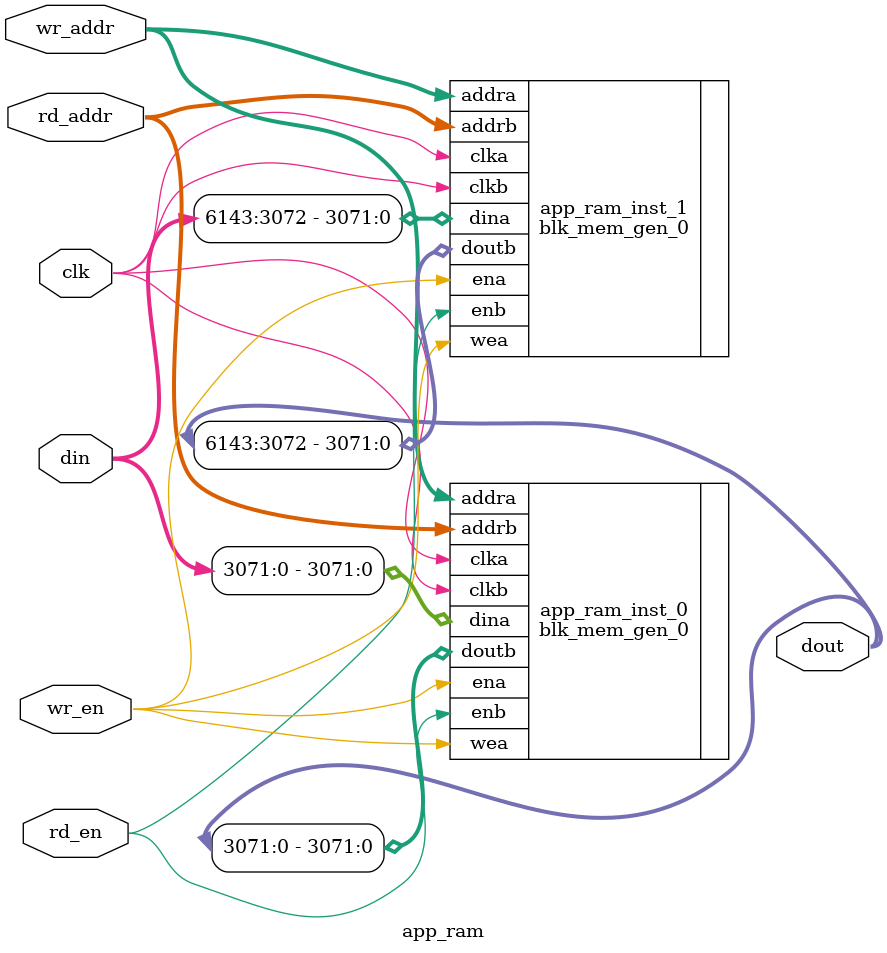
<source format=v>
`timescale 1ns / 1ps


module app_ram (
    input wire clk,
    input wire [384*16-1:0] din,
    input wire wr_en,
    input wire [6:0] wr_addr,
    input wire rd_en,
    input wire [6:0] rd_addr,
    output wire [384*16-1:0] dout
);

  // Instantiate two block RAM modules for application RAM
  blk_mem_gen_0 app_ram_inst_0 (
      .clka (clk),              // Clock input for write port
      .ena  (wr_en),            // Enable signal for write port
      .wea  (wr_en),            // Write enable for write port
      .addra(wr_addr),          // Write address
      .dina (din[16*192-1:0]),  // Data input for write port
      .clkb (clk),              // Clock input for read port
      .enb  (rd_en),            // Enable signal for read port
      .addrb(rd_addr),          // Read address
      .doutb(dout[16*192-1:0])  // Data output for read port
  );

  blk_mem_gen_0 app_ram_inst_1 (
      .clka (clk),                   // Clock input for write port
      .ena  (wr_en),                 // Enable signal for write port
      .wea  (wr_en),                 // Write enable for write port
      .addra(wr_addr),               // Write address
      .dina (din[16*384-1:16*192]),  // Data input for write port
      .clkb (clk),                   // Clock input for read port
      .enb  (rd_en),                 // Enable signal for read port
      .addrb(rd_addr),               // Read address
      .doutb(dout[16*384-1:16*192])  // Data output for read port
  );
endmodule

</source>
